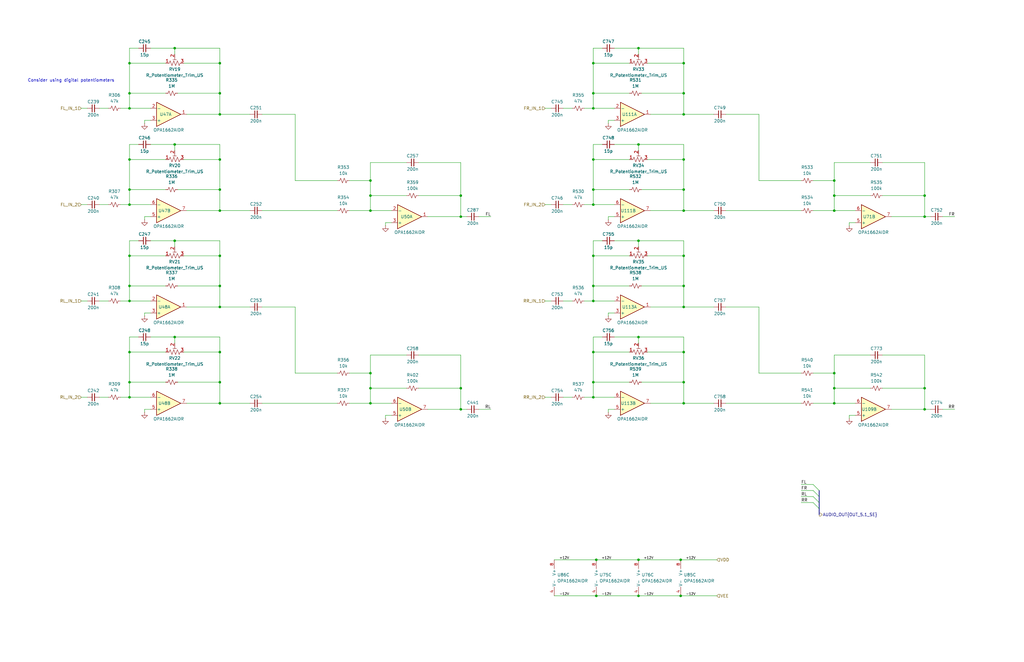
<source format=kicad_sch>
(kicad_sch (version 20250114) (generator "eeschema") (generator_version "9.0")
  (paper "B")
  (bus_alias "OUT_5.1_DIFF" (members "FL+" "FL-" "FR+" "FR-" "RL+" "RL-" "RR+" "RR-" "SUB+" "SUB-"))
  (bus_alias "OUT_5.1_SE" (members "FL" "FR" "RL" "RR" "SUB"))
  (text "Replace OPA1662 with OPA1664 Package!" (at 293.624 342.9 0) (effects (font (size 1.27 1.27))))
  (text "Consider using digital potentiometers" (at 29.972 34.036 0) (effects (font (size 1.27 1.27))))
  (junction (at 194.31 82.55))
  (junction (at 269.24 20.32))
  (junction (at 54.61 120.65))
  (junction (at 288.29 88.9))
  (junction (at 92.71 88.9))
  (junction (at 250.19 80.01))
  (junction (at 288.29 67.31))
  (junction (at 194.31 172.72))
  (junction (at 54.61 148.59))
  (junction (at 92.71 26.67))
  (junction (at 92.71 80.01))
  (junction (at 250.19 86.36))
  (junction (at 54.61 80.01))
  (junction (at 54.61 45.72))
  (junction (at 92.71 107.95))
  (junction (at 250.19 67.31))
  (junction (at 250.19 26.67))
  (junction (at 54.61 161.29))
  (junction (at 250.19 107.95))
  (junction (at 351.79 163.83))
  (junction (at 288.29 48.26))
  (junction (at 288.29 129.54))
  (junction (at 389.89 82.55))
  (junction (at 389.89 91.44))
  (junction (at 250.19 39.37))
  (junction (at 351.79 88.9))
  (junction (at 54.61 127))
  (junction (at 269.24 251.46))
  (junction (at 288.29 107.95))
  (junction (at 54.61 167.64))
  (junction (at 250.19 148.59))
  (junction (at 92.71 120.65))
  (junction (at 156.21 88.9))
  (junction (at 270.51 312.42))
  (junction (at 156.21 170.18))
  (junction (at 54.61 39.37))
  (junction (at 389.89 163.83))
  (junction (at 288.29 327.66))
  (junction (at 92.71 48.26))
  (junction (at 288.29 120.65))
  (junction (at 288.29 148.59))
  (junction (at 250.19 161.29))
  (junction (at 194.31 91.44))
  (junction (at 156.21 163.83))
  (junction (at 351.79 76.2))
  (junction (at 73.66 142.24))
  (junction (at 306.07 327.66))
  (junction (at 250.19 127))
  (junction (at 250.19 167.64))
  (junction (at 73.66 20.32))
  (junction (at 270.51 327.66))
  (junction (at 73.66 60.96))
  (junction (at 351.79 157.48))
  (junction (at 92.71 67.31))
  (junction (at 288.29 26.67))
  (junction (at 194.31 163.83))
  (junction (at 156.21 82.55))
  (junction (at 288.29 170.18))
  (junction (at 351.79 82.55))
  (junction (at 389.89 172.72))
  (junction (at 54.61 86.36))
  (junction (at 269.24 60.96))
  (junction (at 251.46 236.22))
  (junction (at 92.71 170.18))
  (junction (at 73.66 101.6))
  (junction (at 54.61 26.67))
  (junction (at 269.24 101.6))
  (junction (at 92.71 39.37))
  (junction (at 54.61 107.95))
  (junction (at 92.71 148.59))
  (junction (at 269.24 142.24))
  (junction (at 156.21 76.2))
  (junction (at 288.29 39.37))
  (junction (at 287.02 236.22))
  (junction (at 250.19 45.72))
  (junction (at 156.21 157.48))
  (junction (at 250.19 120.65))
  (junction (at 54.61 67.31))
  (junction (at 306.07 312.42))
  (junction (at 269.24 236.22))
  (junction (at 288.29 161.29))
  (junction (at 287.02 251.46))
  (junction (at 92.71 129.54))
  (junction (at 351.79 170.18))
  (junction (at 288.29 312.42))
  (junction (at 251.46 251.46))
  (junction (at 288.29 80.01))
  (junction (at 92.71 161.29))
  (bus_entry (at 342.9 207.01) (size 2.54 2.54))
  (bus_entry (at 342.9 209.55) (size 2.54 2.54))
  (bus_entry (at 342.9 204.47) (size 2.54 2.54))
  (bus_entry (at 342.9 212.09) (size 2.54 2.54))
  (wire (pts (xy 351.79 157.48) (xy 351.79 163.83)))
  (wire (pts (xy 250.19 142.24) (xy 250.19 148.59)))
  (wire (pts (xy 273.05 67.31) (xy 288.29 67.31)))
  (wire (pts (xy 69.85 67.31) (xy 54.61 67.31)))
  (wire (pts (xy 372.11 163.83) (xy 389.89 163.83)))
  (wire (pts (xy 92.71 107.95) (xy 92.71 120.65)))
  (wire (pts (xy 288.29 161.29) (xy 288.29 170.18)))
  (wire (pts (xy 389.89 91.44) (xy 392.43 91.44)))
  (wire (pts (xy 256.54 132.08) (xy 259.08 132.08)))
  (wire (pts (xy 162.56 176.53) (xy 162.56 175.26)))
  (wire (pts (xy 237.49 45.72) (xy 241.3 45.72)))
  (wire (pts (xy 288.29 67.31) (xy 288.29 80.01)))
  (wire (pts (xy 259.08 167.64) (xy 250.19 167.64)))
  (wire (pts (xy 147.32 88.9) (xy 156.21 88.9)))
  (wire (pts (xy 124.46 48.26) (xy 110.49 48.26)))
  (wire (pts (xy 110.49 129.54) (xy 124.46 129.54)))
  (wire (pts (xy 54.61 120.65) (xy 69.85 120.65)))
  (wire (pts (xy 233.68 236.22) (xy 251.46 236.22)))
  (wire (pts (xy 77.47 148.59) (xy 92.71 148.59)))
  (wire (pts (xy 288.29 80.01) (xy 288.29 88.9)))
  (wire (pts (xy 288.29 148.59) (xy 288.29 161.29)))
  (wire (pts (xy 92.71 148.59) (xy 92.71 161.29)))
  (wire (pts (xy 259.08 142.24) (xy 269.24 142.24)))
  (wire (pts (xy 389.89 172.72) (xy 375.92 172.72)))
  (wire (pts (xy 342.9 88.9) (xy 351.79 88.9)))
  (wire (pts (xy 165.1 170.18) (xy 156.21 170.18)))
  (wire (pts (xy 77.47 67.31) (xy 92.71 67.31)))
  (wire (pts (xy 320.04 129.54) (xy 306.07 129.54)))
  (wire (pts (xy 288.29 20.32) (xy 288.29 26.67)))
  (wire (pts (xy 54.61 142.24) (xy 58.42 142.24)))
  (wire (pts (xy 288.29 88.9) (xy 300.99 88.9)))
  (wire (pts (xy 250.19 80.01) (xy 265.43 80.01)))
  (wire (pts (xy 256.54 50.8) (xy 259.08 50.8)))
  (wire (pts (xy 337.82 207.01) (xy 342.9 207.01)))
  (wire (pts (xy 176.53 68.58) (xy 194.31 68.58)))
  (wire (pts (xy 265.43 67.31) (xy 250.19 67.31)))
  (wire (pts (xy 250.19 60.96) (xy 254 60.96)))
  (wire (pts (xy 69.85 26.67) (xy 54.61 26.67)))
  (wire (pts (xy 194.31 163.83) (xy 194.31 172.72)))
  (wire (pts (xy 229.87 127) (xy 232.41 127)))
  (wire (pts (xy 288.29 170.18) (xy 300.99 170.18)))
  (wire (pts (xy 54.61 101.6) (xy 58.42 101.6)))
  (wire (pts (xy 250.19 142.24) (xy 254 142.24)))
  (wire (pts (xy 34.29 127) (xy 36.83 127)))
  (wire (pts (xy 351.79 163.83) (xy 367.03 163.83)))
  (wire (pts (xy 351.79 76.2) (xy 351.79 82.55)))
  (wire (pts (xy 50.8 167.64) (xy 54.61 167.64)))
  (wire (pts (xy 41.91 86.36) (xy 45.72 86.36)))
  (wire (pts (xy 288.29 129.54) (xy 274.32 129.54)))
  (wire (pts (xy 273.05 26.67) (xy 288.29 26.67)))
  (wire (pts (xy 73.66 142.24) (xy 92.71 142.24)))
  (wire (pts (xy 50.8 45.72) (xy 54.61 45.72)))
  (wire (pts (xy 147.32 76.2) (xy 156.21 76.2)))
  (wire (pts (xy 342.9 170.18) (xy 351.79 170.18)))
  (wire (pts (xy 73.66 20.32) (xy 73.66 22.86)))
  (wire (pts (xy 156.21 82.55) (xy 171.45 82.55)))
  (wire (pts (xy 54.61 161.29) (xy 69.85 161.29)))
  (wire (pts (xy 259.08 127) (xy 250.19 127)))
  (wire (pts (xy 207.01 172.72) (xy 201.93 172.72)))
  (wire (pts (xy 358.14 176.53) (xy 358.14 175.26)))
  (wire (pts (xy 69.85 107.95) (xy 54.61 107.95)))
  (wire (pts (xy 229.87 167.64) (xy 232.41 167.64)))
  (wire (pts (xy 124.46 76.2) (xy 142.24 76.2)))
  (wire (pts (xy 288.29 60.96) (xy 288.29 67.31)))
  (wire (pts (xy 77.47 107.95) (xy 92.71 107.95)))
  (wire (pts (xy 165.1 88.9) (xy 156.21 88.9)))
  (wire (pts (xy 162.56 93.98) (xy 165.1 93.98)))
  (wire (pts (xy 50.8 127) (xy 54.61 127)))
  (wire (pts (xy 337.82 157.48) (xy 320.04 157.48)))
  (wire (pts (xy 288.29 101.6) (xy 288.29 107.95)))
  (wire (pts (xy 288.29 48.26) (xy 274.32 48.26)))
  (wire (pts (xy 194.31 91.44) (xy 196.85 91.44)))
  (wire (pts (xy 256.54 173.99) (xy 256.54 172.72)))
  (wire (pts (xy 372.11 68.58) (xy 389.89 68.58)))
  (wire (pts (xy 251.46 327.66) (xy 270.51 327.66)))
  (wire (pts (xy 250.19 107.95) (xy 250.19 120.65)))
  (wire (pts (xy 337.82 204.47) (xy 342.9 204.47)))
  (wire (pts (xy 92.71 161.29) (xy 92.71 170.18)))
  (wire (pts (xy 270.51 120.65) (xy 288.29 120.65)))
  (wire (pts (xy 389.89 68.58) (xy 389.89 82.55)))
  (wire (pts (xy 41.91 45.72) (xy 45.72 45.72)))
  (wire (pts (xy 250.19 120.65) (xy 265.43 120.65)))
  (wire (pts (xy 54.61 148.59) (xy 54.61 161.29)))
  (wire (pts (xy 92.71 39.37) (xy 92.71 48.26)))
  (wire (pts (xy 256.54 52.07) (xy 256.54 50.8)))
  (wire (pts (xy 54.61 80.01) (xy 69.85 80.01)))
  (wire (pts (xy 270.51 312.42) (xy 288.29 312.42)))
  (wire (pts (xy 351.79 88.9) (xy 351.79 82.55)))
  (wire (pts (xy 54.61 20.32) (xy 58.42 20.32)))
  (wire (pts (xy 60.96 92.71) (xy 60.96 91.44)))
  (wire (pts (xy 288.29 107.95) (xy 288.29 120.65)))
  (wire (pts (xy 288.29 129.54) (xy 300.99 129.54)))
  (wire (pts (xy 269.24 101.6) (xy 288.29 101.6)))
  (wire (pts (xy 306.07 88.9) (xy 337.82 88.9)))
  (wire (pts (xy 63.5 45.72) (xy 54.61 45.72)))
  (wire (pts (xy 194.31 172.72) (xy 196.85 172.72)))
  (wire (pts (xy 389.89 163.83) (xy 389.89 172.72)))
  (wire (pts (xy 358.14 175.26) (xy 360.68 175.26)))
  (wire (pts (xy 54.61 67.31) (xy 54.61 80.01)))
  (wire (pts (xy 250.19 26.67) (xy 250.19 39.37)))
  (wire (pts (xy 250.19 101.6) (xy 254 101.6)))
  (wire (pts (xy 250.19 60.96) (xy 250.19 67.31)))
  (wire (pts (xy 360.68 88.9) (xy 351.79 88.9)))
  (wire (pts (xy 372.11 82.55) (xy 389.89 82.55)))
  (wire (pts (xy 250.19 161.29) (xy 265.43 161.29)))
  (bus (pts (xy 345.44 209.55) (xy 345.44 212.09)))
  (wire (pts (xy 256.54 91.44) (xy 259.08 91.44)))
  (wire (pts (xy 337.82 212.09) (xy 342.9 212.09)))
  (wire (pts (xy 306.07 312.42) (xy 321.31 312.42)))
  (wire (pts (xy 41.91 127) (xy 45.72 127)))
  (wire (pts (xy 74.93 39.37) (xy 92.71 39.37)))
  (wire (pts (xy 320.04 48.26) (xy 320.04 76.2)))
  (wire (pts (xy 156.21 88.9) (xy 156.21 82.55)))
  (wire (pts (xy 73.66 142.24) (xy 73.66 144.78)))
  (wire (pts (xy 269.24 142.24) (xy 288.29 142.24)))
  (wire (pts (xy 74.93 80.01) (xy 92.71 80.01)))
  (wire (pts (xy 389.89 91.44) (xy 375.92 91.44)))
  (wire (pts (xy 92.71 170.18) (xy 78.74 170.18)))
  (wire (pts (xy 60.96 52.07) (xy 60.96 50.8)))
  (wire (pts (xy 246.38 45.72) (xy 250.19 45.72)))
  (wire (pts (xy 246.38 127) (xy 250.19 127)))
  (wire (pts (xy 147.32 170.18) (xy 156.21 170.18)))
  (wire (pts (xy 77.47 26.67) (xy 92.71 26.67)))
  (wire (pts (xy 63.5 60.96) (xy 73.66 60.96)))
  (wire (pts (xy 229.87 45.72) (xy 232.41 45.72)))
  (wire (pts (xy 92.71 129.54) (xy 105.41 129.54)))
  (wire (pts (xy 351.79 82.55) (xy 367.03 82.55)))
  (wire (pts (xy 54.61 101.6) (xy 54.61 107.95)))
  (wire (pts (xy 273.05 107.95) (xy 288.29 107.95)))
  (wire (pts (xy 207.01 91.44) (xy 201.93 91.44)))
  (wire (pts (xy 229.87 86.36) (xy 232.41 86.36)))
  (wire (pts (xy 194.31 82.55) (xy 194.31 91.44)))
  (wire (pts (xy 251.46 312.42) (xy 270.51 312.42)))
  (wire (pts (xy 156.21 163.83) (xy 171.45 163.83)))
  (wire (pts (xy 265.43 107.95) (xy 250.19 107.95)))
  (wire (pts (xy 54.61 107.95) (xy 54.61 120.65)))
  (wire (pts (xy 358.14 95.25) (xy 358.14 93.98)))
  (wire (pts (xy 60.96 50.8) (xy 63.5 50.8)))
  (bus (pts (xy 345.44 207.01) (xy 345.44 209.55)))
  (wire (pts (xy 92.71 60.96) (xy 92.71 67.31)))
  (wire (pts (xy 251.46 236.22) (xy 269.24 236.22)))
  (wire (pts (xy 54.61 20.32) (xy 54.61 26.67)))
  (wire (pts (xy 269.24 20.32) (xy 269.24 22.86)))
  (wire (pts (xy 73.66 20.32) (xy 92.71 20.32)))
  (wire (pts (xy 63.5 101.6) (xy 73.66 101.6)))
  (wire (pts (xy 63.5 167.64) (xy 54.61 167.64)))
  (wire (pts (xy 92.71 101.6) (xy 92.71 107.95)))
  (wire (pts (xy 265.43 148.59) (xy 250.19 148.59)))
  (wire (pts (xy 237.49 167.64) (xy 241.3 167.64)))
  (wire (pts (xy 92.71 20.32) (xy 92.71 26.67)))
  (wire (pts (xy 156.21 149.86) (xy 156.21 157.48)))
  (wire (pts (xy 288.29 26.67) (xy 288.29 39.37)))
  (wire (pts (xy 92.71 88.9) (xy 78.74 88.9)))
  (wire (pts (xy 351.79 170.18) (xy 351.79 163.83)))
  (wire (pts (xy 250.19 86.36) (xy 250.19 80.01)))
  (wire (pts (xy 54.61 142.24) (xy 54.61 148.59)))
  (wire (pts (xy 60.96 173.99) (xy 60.96 172.72)))
  (wire (pts (xy 54.61 26.67) (xy 54.61 39.37)))
  (wire (pts (xy 237.49 127) (xy 241.3 127)))
  (wire (pts (xy 54.61 60.96) (xy 54.61 67.31)))
  (wire (pts (xy 54.61 86.36) (xy 54.61 80.01)))
  (wire (pts (xy 34.29 45.72) (xy 36.83 45.72)))
  (wire (pts (xy 269.24 236.22) (xy 287.02 236.22)))
  (wire (pts (xy 60.96 91.44) (xy 63.5 91.44)))
  (wire (pts (xy 269.24 251.46) (xy 287.02 251.46)))
  (wire (pts (xy 162.56 175.26) (xy 165.1 175.26)))
  (wire (pts (xy 110.49 88.9) (xy 142.24 88.9)))
  (wire (pts (xy 156.21 68.58) (xy 156.21 76.2)))
  (wire (pts (xy 288.29 48.26) (xy 300.99 48.26)))
  (wire (pts (xy 250.19 20.32) (xy 250.19 26.67)))
  (wire (pts (xy 194.31 68.58) (xy 194.31 82.55)))
  (wire (pts (xy 265.43 26.67) (xy 250.19 26.67)))
  (wire (pts (xy 250.19 20.32) (xy 254 20.32)))
  (wire (pts (xy 34.29 167.64) (xy 36.83 167.64)))
  (wire (pts (xy 256.54 133.35) (xy 256.54 132.08)))
  (wire (pts (xy 246.38 167.64) (xy 250.19 167.64)))
  (wire (pts (xy 270.51 80.01) (xy 288.29 80.01)))
  (wire (pts (xy 250.19 101.6) (xy 250.19 107.95)))
  (wire (pts (xy 270.51 39.37) (xy 288.29 39.37)))
  (wire (pts (xy 92.71 80.01) (xy 92.71 88.9)))
  (wire (pts (xy 269.24 101.6) (xy 269.24 104.14)))
  (wire (pts (xy 63.5 127) (xy 54.61 127)))
  (wire (pts (xy 63.5 86.36) (xy 54.61 86.36)))
  (wire (pts (xy 256.54 172.72) (xy 259.08 172.72)))
  (wire (pts (xy 74.93 120.65) (xy 92.71 120.65)))
  (bus (pts (xy 345.44 214.63) (xy 345.44 217.17)))
  (wire (pts (xy 287.02 236.22) (xy 302.26 236.22)))
  (wire (pts (xy 372.11 149.86) (xy 389.89 149.86)))
  (wire (pts (xy 250.19 45.72) (xy 250.19 39.37)))
  (wire (pts (xy 250.19 148.59) (xy 250.19 161.29)))
  (wire (pts (xy 176.53 163.83) (xy 194.31 163.83)))
  (wire (pts (xy 156.21 157.48) (xy 156.21 163.83)))
  (wire (pts (xy 320.04 48.26) (xy 306.07 48.26)))
  (wire (pts (xy 237.49 86.36) (xy 241.3 86.36)))
  (wire (pts (xy 259.08 101.6) (xy 269.24 101.6)))
  (wire (pts (xy 54.61 167.64) (xy 54.61 161.29)))
  (wire (pts (xy 351.79 68.58) (xy 367.03 68.58)))
  (wire (pts (xy 250.19 167.64) (xy 250.19 161.29)))
  (wire (pts (xy 73.66 60.96) (xy 92.71 60.96)))
  (wire (pts (xy 54.61 60.96) (xy 58.42 60.96)))
  (wire (pts (xy 358.14 93.98) (xy 360.68 93.98)))
  (wire (pts (xy 287.02 251.46) (xy 302.26 251.46)))
  (wire (pts (xy 269.24 20.32) (xy 288.29 20.32)))
  (wire (pts (xy 288.29 327.66) (xy 306.07 327.66)))
  (wire (pts (xy 251.46 251.46) (xy 269.24 251.46)))
  (wire (pts (xy 259.08 20.32) (xy 269.24 20.32)))
  (wire (pts (xy 194.31 149.86) (xy 194.31 163.83)))
  (wire (pts (xy 194.31 91.44) (xy 180.34 91.44)))
  (wire (pts (xy 92.71 26.67) (xy 92.71 39.37)))
  (wire (pts (xy 110.49 170.18) (xy 142.24 170.18)))
  (wire (pts (xy 69.85 148.59) (xy 54.61 148.59)))
  (wire (pts (xy 92.71 48.26) (xy 105.41 48.26)))
  (wire (pts (xy 176.53 82.55) (xy 194.31 82.55)))
  (wire (pts (xy 41.91 167.64) (xy 45.72 167.64)))
  (wire (pts (xy 156.21 68.58) (xy 171.45 68.58)))
  (wire (pts (xy 288.29 312.42) (xy 306.07 312.42)))
  (wire (pts (xy 92.71 88.9) (xy 105.41 88.9)))
  (wire (pts (xy 63.5 20.32) (xy 73.66 20.32)))
  (wire (pts (xy 389.89 149.86) (xy 389.89 163.83)))
  (wire (pts (xy 54.61 39.37) (xy 69.85 39.37)))
  (wire (pts (xy 288.29 39.37) (xy 288.29 48.26)))
  (wire (pts (xy 270.51 161.29) (xy 288.29 161.29)))
  (wire (pts (xy 60.96 132.08) (xy 63.5 132.08)))
  (wire (pts (xy 306.07 327.66) (xy 321.31 327.66)))
  (wire (pts (xy 288.29 88.9) (xy 274.32 88.9)))
  (wire (pts (xy 250.19 127) (xy 250.19 120.65)))
  (wire (pts (xy 194.31 172.72) (xy 180.34 172.72)))
  (wire (pts (xy 233.68 251.46) (xy 251.46 251.46)))
  (wire (pts (xy 60.96 172.72) (xy 63.5 172.72)))
  (wire (pts (xy 156.21 76.2) (xy 156.21 82.55)))
  (wire (pts (xy 256.54 92.71) (xy 256.54 91.44)))
  (wire (pts (xy 34.29 86.36) (xy 36.83 86.36)))
  (wire (pts (xy 351.79 149.86) (xy 367.03 149.86)))
  (wire (pts (xy 92.71 120.65) (xy 92.71 129.54)))
  (wire (pts (xy 270.51 327.66) (xy 288.29 327.66)))
  (wire (pts (xy 60.96 133.35) (xy 60.96 132.08)))
  (wire (pts (xy 342.9 76.2) (xy 351.79 76.2)))
  (wire (pts (xy 124.46 76.2) (xy 124.46 48.26)))
  (wire (pts (xy 92.71 48.26) (xy 78.74 48.26)))
  (wire (pts (xy 63.5 142.24) (xy 73.66 142.24)))
  (wire (pts (xy 360.68 170.18) (xy 351.79 170.18)))
  (wire (pts (xy 269.24 142.24) (xy 269.24 144.78)))
  (wire (pts (xy 92.71 170.18) (xy 105.41 170.18)))
  (wire (pts (xy 54.61 45.72) (xy 54.61 39.37)))
  (wire (pts (xy 54.61 127) (xy 54.61 120.65)))
  (wire (pts (xy 259.08 60.96) (xy 269.24 60.96)))
  (wire (pts (xy 50.8 86.36) (xy 54.61 86.36)))
  (bus (pts (xy 345.44 212.09) (xy 345.44 214.63)))
  (wire (pts (xy 389.89 82.55) (xy 389.89 91.44)))
  (wire (pts (xy 402.59 172.72) (xy 397.51 172.72)))
  (wire (pts (xy 162.56 95.25) (xy 162.56 93.98)))
  (wire (pts (xy 250.19 67.31) (xy 250.19 80.01)))
  (wire (pts (xy 142.24 157.48) (xy 124.46 157.48)))
  (wire (pts (xy 320.04 129.54) (xy 320.04 157.48)))
  (wire (pts (xy 147.32 157.48) (xy 156.21 157.48)))
  (wire (pts (xy 92.71 142.24) (xy 92.71 148.59)))
  (wire (pts (xy 273.05 148.59) (xy 288.29 148.59)))
  (wire (pts (xy 92.71 129.54) (xy 78.74 129.54)))
  (wire (pts (xy 389.89 172.72) (xy 392.43 172.72)))
  (wire (pts (xy 269.24 60.96) (xy 269.24 63.5)))
  (wire (pts (xy 337.82 209.55) (xy 342.9 209.55)))
  (wire (pts (xy 288.29 170.18) (xy 274.32 170.18)))
  (wire (pts (xy 306.07 170.18) (xy 337.82 170.18)))
  (wire (pts (xy 402.59 91.44) (xy 397.51 91.44)))
  (wire (pts (xy 73.66 101.6) (xy 92.71 101.6)))
  (wire (pts (xy 250.19 39.37) (xy 265.43 39.37)))
  (wire (pts (xy 269.24 60.96) (xy 288.29 60.96)))
  (wire (pts (xy 156.21 170.18) (xy 156.21 163.83)))
  (wire (pts (xy 92.71 67.31) (xy 92.71 80.01)))
  (wire (pts (xy 342.9 157.48) (xy 351.79 157.48)))
  (wire (pts (xy 351.79 68.58) (xy 351.79 76.2)))
  (wire (pts (xy 288.29 120.65) (xy 288.29 129.54)))
  (wire (pts (xy 176.53 149.86) (xy 194.31 149.86)))
  (wire (pts (xy 259.08 45.72) (xy 250.19 45.72)))
  (wire (pts (xy 337.82 76.2) (xy 320.04 76.2)))
  (wire (pts (xy 73.66 101.6) (xy 73.66 104.14)))
  (wire (pts (xy 74.93 161.29) (xy 92.71 161.29)))
  (wire (pts (xy 73.66 60.96) (xy 73.66 63.5)))
  (wire (pts (xy 288.29 142.24) (xy 288.29 148.59)))
  (wire (pts (xy 246.38 86.36) (xy 250.19 86.36)))
  (wire (pts (xy 124.46 157.48) (xy 124.46 129.54)))
  (wire (pts (xy 351.79 149.86) (xy 351.79 157.48)))
  (wire (pts (xy 259.08 86.36) (xy 250.19 86.36)))
  (wire (pts (xy 156.21 149.86) (xy 171.45 149.86)))
  (label "RR" (at 337.82 212.09 0))
  (label "-12V" (at 294.64 327.66 180) (effects (font (size 1 1))))
  (label "-12V" (at 257.81 251.46 180) (effects (font (size 1 1))))
  (label "+12V" (at 276.86 312.42 180) (effects (font (size 1 1))))
  (label "FR" (at 402.59 91.44 180))
  (label "-12V" (at 240.03 251.46 180) (effects (font (size 1 1))))
  (label "-12V" (at 275.59 251.46 180) (effects (font (size 1 1))))
  (label "-12V" (at 257.81 327.66 180) (effects (font (size 1 1))))
  (label "+12V" (at 293.37 236.22 180) (effects (font (size 1 1))))
  (label "FR" (at 337.82 207.01 0))
  (label "-12V" (at 276.86 327.66 180) (effects (font (size 1 1))))
  (label "+12V" (at 257.81 312.42 180) (effects (font (size 1 1))))
  (label "RR" (at 402.59 172.72 180))
  (label "RL" (at 337.82 209.55 0))
  (label "+12V" (at 294.64 312.42 180) (effects (font (size 1 1))))
  (label "FL" (at 207.01 91.44 180))
  (label "+12V" (at 240.03 236.22 180) (effects (font (size 1 1))))
  (label "+12V" (at 275.59 236.22 180) (effects (font (size 1 1))))
  (label "RL" (at 207.01 172.72 180))
  (label "-12V" (at 293.37 251.46 180) (effects (font (size 1 1))))
  (label "+12V" (at 257.81 236.22 180) (effects (font (size 1 1))))
  (label "FL" (at 337.82 204.47 0))
  (label "+12V" (at 312.42 312.42 180) (effects (font (size 1 1))))
  (label "-12V" (at 312.42 327.66 180) (effects (font (size 1 1))))
  (hierarchical_label "RR_IN_2" (shape input) (at 229.87 167.64 180))
  (hierarchical_label "RL_IN_1" (shape input) (at 34.29 127 180))
  (hierarchical_label "FL_IN_2" (shape input) (at 34.29 86.36 180))
  (hierarchical_label "FR_IN_2" (shape input) (at 229.87 86.36 180))
  (hierarchical_label "RL_IN_2" (shape input) (at 34.29 167.64 180))
  (hierarchical_label "VDD" (shape input) (at 321.31 312.42 0))
  (hierarchical_label "VDD" (shape input) (at 302.26 236.22 0))
  (hierarchical_label "FR_IN_1" (shape input) (at 229.87 45.72 180))
  (hierarchical_label "RR_IN_1" (shape input) (at 229.87 127 180))
  (hierarchical_label "VEE" (shape input) (at 321.31 327.66 0))
  (hierarchical_label "AUDIO_OUT{OUT_5.1_SE}" (shape output) (at 345.44 217.17 0))
  (hierarchical_label "VEE" (shape input) (at 302.26 251.46 0))
  (hierarchical_label "FL_IN_1" (shape input) (at 34.29 45.72 180))
  (symbol (lib_id "Device:C_Small") (at 60.96 142.24 90) (mirror x) (unit 1)
    (property "Reference" "C248" (at 60.96 139.446 90))
    (property "Value" "15p" (at 60.96 145.034 90))
    (property "Description" "Unpolarized capacitor, small symbol" (effects (hide yes)))
  )
  (symbol (lib_id "Amplifier_Operational:OPA1656ID") (at 172.72 91.44 0) (mirror x) (unit 1)
    (property "Reference" "U50" (at 171.45 91.44 0))
    (property "Value" "OPA1662AIDR" (at 172.72 98.044 0))
    (property "Footprint" "Package_SO:SOIC-8_3.9x4.9mm_P1.27mm" (effects (hide yes)))
    (property "Datasheet" "https://www.ti.com/lit/ds/symlink/opa1662.pdf?HQS=dis-dk-null-digikeymode-dsf-pf-null-wwe&ts=1750397590108&ref_url=https%253A%252F%252Fwww.ti.com%252Fgeneral%252Fdocs%252Fsuppproductinfo.tsp%253FdistId%253D10%2526gotoUrl%253Dhttps%253A%252F%252Fwww.ti.com%252Flit%252Fgpn%252Fopa1662" (effects (hide yes)))
    (property "Description" "Dual Ultra-Low-Noise, Low-Distortion, FET-Input, Burr-Brown Audio Operational Amplifiers, SOIC-8" (effects (hide yes)))
  )
  (symbol (lib_id "Device:R_Potentiometer_Trim_US") (at 73.66 26.67 90) (unit 1)
    (property "Reference" "RV19" (at 73.66 29.21 90))
    (property "Value" "R_Potentiometer_Trim_US" (at 73.66 31.75 90))
    (property "Description" "Trim-potentiometer, US symbol" (effects (hide yes)))
  )
  (symbol (lib_id "Device:C_Small") (at 394.97 91.44 90) (mirror x) (unit 1)
    (property "Reference" "C752" (at 394.97 88.646 90))
    (property "Value" "200n" (at 394.97 94.234 90))
    (property "Description" "Unpolarized capacitor, small symbol" (effects (hide yes)))
  )
  (symbol (lib_id "Device:R_Potentiometer_Trim_US") (at 269.24 107.95 90) (unit 1)
    (property "Reference" "RV35" (at 269.24 110.49 90))
    (property "Value" "R_Potentiometer_Trim_US" (at 269.24 113.03 90))
    (property "Description" "Trim-potentiometer, US symbol" (effects (hide yes)))
  )
  (symbol (lib_id "Device:C_Small") (at 60.96 60.96 90) (mirror x) (unit 1)
    (property "Reference" "C246" (at 60.96 58.166 90))
    (property "Value" "15p" (at 60.96 63.754 90))
    (property "Description" "Unpolarized capacitor, small symbol" (effects (hide yes)))
  )
  (symbol (lib_id "Device:R_Potentiometer_Trim_US") (at 269.24 67.31 90) (unit 1)
    (property "Reference" "RV34" (at 269.24 69.85 90))
    (property "Value" "R_Potentiometer_Trim_US" (at 269.24 72.39 90))
    (property "Description" "Trim-potentiometer, US symbol" (effects (hide yes)))
  )
  (symbol (lib_id "Device:R_Small_US") (at 369.57 163.83 90) (unit 1)
    (property "Reference" "R542" (at 369.57 158.242 90))
    (property "Value" "100k" (at 369.57 160.782 90))
    (property "Description" "Resistor, small US symbol" (effects (hide yes)))
  )
  (symbol (lib_id "Device:R_Small_US") (at 267.97 161.29 90) (unit 1)
    (property "Reference" "R539" (at 267.97 155.702 90))
    (property "Value" "1M" (at 267.97 158.242 90))
    (property "Description" "Resistor, small US symbol" (effects (hide yes)))
  )
  (symbol (lib_id "power:GND") (at 162.56 176.53 0) (unit 1)
    (property "Reference" "#PWR0398" (effects (hide yes)))
    (property "Value" "GND" (effects (hide yes)))
    (property "Description" "Power symbol creates a global label with name \"GND\" , ground" (effects (hide yes)))
  )
  (symbol (lib_id "Device:C_Small") (at 107.95 48.26 90) (mirror x) (unit 1)
    (property "Reference" "C251" (at 107.95 45.466 90))
    (property "Value" "200n" (at 107.95 51.054 90))
    (property "Description" "Unpolarized capacitor, small symbol" (effects (hide yes)))
  )
  (symbol (lib_id "Device:C_Small") (at 234.95 45.72 90) (mirror x) (unit 1)
    (property "Reference" "C745" (at 234.95 42.926 90))
    (property "Value" "200n" (at 234.95 48.514 90))
    (property "Description" "Unpolarized capacitor, small symbol" (effects (hide yes)))
  )
  (symbol (lib_id "Device:R_Small_US") (at 243.84 86.36 90) (unit 1)
    (property "Reference" "R530" (at 243.84 80.772 90))
    (property "Value" "47k" (at 243.84 83.312 90))
    (property "Description" "Resistor, small US symbol" (effects (hide yes)))
  )
  (symbol (lib_id "Amplifier_Operational:OPA1656ID") (at 71.12 88.9 0) (mirror x) (unit 2)
    (property "Reference" "U47" (at 69.342 88.9 0))
    (property "Value" "OPA1662AIDR" (at 71.12 95.504 0))
    (property "Footprint" "Package_SO:SOIC-8_3.9x4.9mm_P1.27mm" (effects (hide yes)))
    (property "Datasheet" "https://www.ti.com/lit/ds/symlink/opa1662.pdf?HQS=dis-dk-null-digikeymode-dsf-pf-null-wwe&ts=1750397590108&ref_url=https%253A%252F%252Fwww.ti.com%252Fgeneral%252Fdocs%252Fsuppproductinfo.tsp%253FdistId%253D10%2526gotoUrl%253Dhttps%253A%252F%252Fwww.ti.com%252Flit%252Fgpn%252Fopa1662" (effects (hide yes)))
    (property "Description" "Dual Ultra-Low-Noise, Low-Distortion, FET-Input, Burr-Brown Audio Operational Amplifiers, SOIC-8" (effects (hide yes)))
  )
  (symbol (lib_id "Device:C_Small") (at 173.99 149.86 90) (mirror x) (unit 1)
    (property "Reference" "C258" (at 173.99 147.066 90))
    (property "Value" "200n" (at 173.99 152.654 90))
    (property "Description" "Unpolarized capacitor, small symbol" (effects (hide yes)))
  )
  (symbol (lib_id "Amplifier_Operational:OPA1656ID") (at 271.78 243.84 0) (unit 3)
    (property "Reference" "U76" (at 270.51 242.5699 0) (effects (justify left)))
    (property "Value" "OPA1662AIDR" (at 270.51 245.1099 0) (effects (justify left)))
    (property "Footprint" "Package_SO:SOIC-8_3.9x4.9mm_P1.27mm" (effects (hide yes)))
    (property "Datasheet" "https://www.ti.com/lit/ds/symlink/opa1662.pdf?HQS=dis-dk-null-digikeymode-dsf-pf-null-wwe&ts=1750397590108&ref_url=https%253A%252F%252Fwww.ti.com%252Fgeneral%252Fdocs%252Fsuppproductinfo.tsp%253FdistId%253D10%2526gotoUrl%253Dhttps%253A%252F%252Fwww.ti.com%252Flit%252Fgpn%252Fopa1662" (effects (hide yes)))
    (property "Description" "Dual Ultra-Low-Noise, Low-Distortion, FET-Input, Burr-Brown Audio Operational Amplifiers, SOIC-8" (effects (hide yes)))
  )
  (symbol (lib_id "Device:R_Small_US") (at 48.26 86.36 90) (unit 1)
    (property "Reference" "R307" (at 48.26 80.772 90))
    (property "Value" "47k" (at 48.26 83.312 90))
    (property "Description" "Resistor, small US symbol" (effects (hide yes)))
  )
  (symbol (lib_id "Device:R_Potentiometer_Trim_US") (at 269.24 148.59 90) (unit 1)
    (property "Reference" "RV36" (at 269.24 151.13 90))
    (property "Value" "R_Potentiometer_Trim_US" (at 269.24 153.67 90))
    (property "Description" "Trim-potentiometer, US symbol" (effects (hide yes)))
  )
  (symbol (lib_id "Device:R_Small_US") (at 144.78 76.2 90) (unit 1)
    (property "Reference" "R353" (at 144.78 70.612 90))
    (property "Value" "10k" (at 144.78 73.152 90))
    (property "Description" "Resistor, small US symbol" (effects (hide yes)))
  )
  (symbol (lib_id "Device:R_Small_US") (at 48.26 127 90) (unit 1)
    (property "Reference" "R308" (at 48.26 121.412 90))
    (property "Value" "47k" (at 48.26 123.952 90))
    (property "Description" "Resistor, small US symbol" (effects (hide yes)))
  )
  (symbol (lib_id "Amplifier_Operational:OPA1656ID") (at 266.7 129.54 0) (mirror x) (unit 1)
    (property "Reference" "U113" (at 265.43 129.54 0))
    (property "Value" "OPA1662AIDR" (at 266.7 136.144 0))
    (property "Footprint" "Package_SO:SOIC-8_3.9x4.9mm_P1.27mm" (effects (hide yes)))
    (property "Datasheet" "https://www.ti.com/lit/ds/symlink/opa1662.pdf?HQS=dis-dk-null-digikeymode-dsf-pf-null-wwe&ts=1750397590108&ref_url=https%253A%252F%252Fwww.ti.com%252Fgeneral%252Fdocs%252Fsuppproductinfo.tsp%253FdistId%253D10%2526gotoUrl%253Dhttps%253A%252F%252Fwww.ti.com%252Flit%252Fgpn%252Fopa1662" (effects (hide yes)))
    (property "Description" "Dual Ultra-Low-Noise, Low-Distortion, FET-Input, Burr-Brown Audio Operational Amplifiers, SOIC-8" (effects (hide yes)))
  )
  (symbol (lib_id "Device:C_Small") (at 303.53 88.9 90) (mirror x) (unit 1)
    (property "Reference" "C750" (at 303.53 86.106 90))
    (property "Value" "200n" (at 303.53 91.694 90))
    (property "Description" "Unpolarized capacitor, small symbol" (effects (hide yes)))
  )
  (symbol (lib_id "Device:C_Small") (at 107.95 88.9 90) (mirror x) (unit 1)
    (property "Reference" "C252" (at 107.95 86.106 90))
    (property "Value" "200n" (at 107.95 91.694 90))
    (property "Description" "Unpolarized capacitor, small symbol" (effects (hide yes)))
  )
  (symbol (lib_id "Amplifier_Operational:OPA1656ID") (at 266.7 48.26 0) (mirror x) (unit 1)
    (property "Reference" "U111" (at 265.43 48.26 0))
    (property "Value" "OPA1662AIDR" (at 266.7 54.864 0))
    (property "Footprint" "Package_SO:SOIC-8_3.9x4.9mm_P1.27mm" (effects (hide yes)))
    (property "Datasheet" "https://www.ti.com/lit/ds/symlink/opa1662.pdf?HQS=dis-dk-null-digikeymode-dsf-pf-null-wwe&ts=1750397590108&ref_url=https%253A%252F%252Fwww.ti.com%252Fgeneral%252Fdocs%252Fsuppproductinfo.tsp%253FdistId%253D10%2526gotoUrl%253Dhttps%253A%252F%252Fwww.ti.com%252Flit%252Fgpn%252Fopa1662" (effects (hide yes)))
    (property "Description" "Dual Ultra-Low-Noise, Low-Distortion, FET-Input, Burr-Brown Audio Operational Amplifiers, SOIC-8" (effects (hide yes)))
  )
  (symbol (lib_id "Device:R_Small_US") (at 72.39 120.65 90) (unit 1)
    (property "Reference" "R337" (at 72.39 115.062 90))
    (property "Value" "1M" (at 72.39 117.602 90))
    (property "Description" "Resistor, small US symbol" (effects (hide yes)))
  )
  (symbol (lib_id "Amplifier_Operational:OPA1656ID") (at 266.7 170.18 0) (mirror x) (unit 2)
    (property "Reference" "U113" (at 264.922 170.18 0))
    (property "Value" "OPA1662AIDR" (at 266.7 176.784 0))
    (property "Footprint" "Package_SO:SOIC-8_3.9x4.9mm_P1.27mm" (effects (hide yes)))
    (property "Datasheet" "https://www.ti.com/lit/ds/symlink/opa1662.pdf?HQS=dis-dk-null-digikeymode-dsf-pf-null-wwe&ts=1750397590108&ref_url=https%253A%252F%252Fwww.ti.com%252Fgeneral%252Fdocs%252Fsuppproductinfo.tsp%253FdistId%253D10%2526gotoUrl%253Dhttps%253A%252F%252Fwww.ti.com%252Flit%252Fgpn%252Fopa1662" (effects (hide yes)))
    (property "Description" "Dual Ultra-Low-Noise, Low-Distortion, FET-Input, Burr-Brown Audio Operational Amplifiers, SOIC-8" (effects (hide yes)))
  )
  (symbol (lib_id "Amplifier_Operational:OPA1656ID") (at 71.12 48.26 0) (mirror x) (unit 1)
    (property "Reference" "U47" (at 69.85 48.26 0))
    (property "Value" "OPA1662AIDR" (at 71.12 54.864 0))
    (property "Footprint" "Package_SO:SOIC-8_3.9x4.9mm_P1.27mm" (effects (hide yes)))
    (property "Datasheet" "https://www.ti.com/lit/ds/symlink/opa1662.pdf?HQS=dis-dk-null-digikeymode-dsf-pf-null-wwe&ts=1750397590108&ref_url=https%253A%252F%252Fwww.ti.com%252Fgeneral%252Fdocs%252Fsuppproductinfo.tsp%253FdistId%253D10%2526gotoUrl%253Dhttps%253A%252F%252Fwww.ti.com%252Flit%252Fgpn%252Fopa1662" (effects (hide yes)))
    (property "Description" "Dual Ultra-Low-Noise, Low-Distortion, FET-Input, Burr-Brown Audio Operational Amplifiers, SOIC-8" (effects (hide yes)))
  )
  (symbol (lib_id "Device:R_Small_US") (at 144.78 157.48 90) (unit 1)
    (property "Reference" "R356" (at 144.78 151.892 90))
    (property "Value" "10k" (at 144.78 154.432 90))
    (property "Description" "Resistor, small US symbol" (effects (hide yes)))
  )
  (symbol (lib_id "Amplifier_Operational:OPA1656ID") (at 290.83 320.04 0) (unit 3)
    (property "Reference" "U49" (at 289.56 318.7699 0) (effects (justify left)))
    (property "Value" "OPA1662AIDR" (at 289.56 321.3099 0) (effects (justify left)))
    (property "Footprint" "Package_SO:SOIC-8_3.9x4.9mm_P1.27mm" (effects (hide yes)))
    (property "Datasheet" "https://www.ti.com/lit/ds/symlink/opa1662.pdf?HQS=dis-dk-null-digikeymode-dsf-pf-null-wwe&ts=1750397590108&ref_url=https%253A%252F%252Fwww.ti.com%252Fgeneral%252Fdocs%252Fsuppproductinfo.tsp%253FdistId%253D10%2526gotoUrl%253Dhttps%253A%252F%252Fwww.ti.com%252Flit%252Fgpn%252Fopa1662" (effects (hide yes)))
    (property "Description" "Dual Ultra-Low-Noise, Low-Distortion, FET-Input, Burr-Brown Audio Operational Amplifiers, SOIC-8" (effects (hide yes)))
  )
  (symbol (lib_id "Device:R_Small_US") (at 173.99 82.55 90) (unit 1)
    (property "Reference" "R359" (at 173.99 76.962 90))
    (property "Value" "100k" (at 173.99 79.502 90))
    (property "Description" "Resistor, small US symbol" (effects (hide yes)))
  )
  (symbol (lib_id "Amplifier_Operational:OPA1656ID") (at 71.12 129.54 0) (mirror x) (unit 1)
    (property "Reference" "U48" (at 69.342 129.54 0))
    (property "Value" "OPA1662AIDR" (at 71.12 136.144 0))
    (property "Footprint" "Package_SO:SOIC-8_3.9x4.9mm_P1.27mm" (effects (hide yes)))
    (property "Datasheet" "https://www.ti.com/lit/ds/symlink/opa1662.pdf?HQS=dis-dk-null-digikeymode-dsf-pf-null-wwe&ts=1750397590108&ref_url=https%253A%252F%252Fwww.ti.com%252Fgeneral%252Fdocs%252Fsuppproductinfo.tsp%253FdistId%253D10%2526gotoUrl%253Dhttps%253A%252F%252Fwww.ti.com%252Flit%252Fgpn%252Fopa1662" (effects (hide yes)))
    (property "Description" "Dual Ultra-Low-Noise, Low-Distortion, FET-Input, Burr-Brown Audio Operational Amplifiers, SOIC-8" (effects (hide yes)))
  )
  (symbol (lib_id "Device:R_Small_US") (at 48.26 167.64 90) (unit 1)
    (property "Reference" "R309" (at 48.26 162.052 90))
    (property "Value" "47k" (at 48.26 164.592 90))
    (property "Description" "Resistor, small US symbol" (effects (hide yes)))
  )
  (symbol (lib_id "Device:C_Small") (at 256.54 142.24 90) (mirror x) (unit 1)
    (property "Reference" "C756" (at 256.54 139.446 90))
    (property "Value" "15p" (at 256.54 145.034 90))
    (property "Description" "Unpolarized capacitor, small symbol" (effects (hide yes)))
  )
  (symbol (lib_id "Amplifier_Operational:OPA1656ID") (at 266.7 88.9 0) (mirror x) (unit 2)
    (property "Reference" "U111" (at 264.922 88.9 0))
    (property "Value" "OPA1662AIDR" (at 266.7 95.504 0))
    (property "Footprint" "Package_SO:SOIC-8_3.9x4.9mm_P1.27mm" (effects (hide yes)))
    (property "Datasheet" "https://www.ti.com/lit/ds/symlink/opa1662.pdf?HQS=dis-dk-null-digikeymode-dsf-pf-null-wwe&ts=1750397590108&ref_url=https%253A%252F%252Fwww.ti.com%252Fgeneral%252Fdocs%252Fsuppproductinfo.tsp%253FdistId%253D10%2526gotoUrl%253Dhttps%253A%252F%252Fwww.ti.com%252Flit%252Fgpn%252Fopa1662" (effects (hide yes)))
    (property "Description" "Dual Ultra-Low-Noise, Low-Distortion, FET-Input, Burr-Brown Audio Operational Amplifiers, SOIC-8" (effects (hide yes)))
  )
  (symbol (lib_id "Device:R_Small_US") (at 243.84 167.64 90) (unit 1)
    (property "Reference" "R537" (at 243.84 162.052 90))
    (property "Value" "47k" (at 243.84 164.592 90))
    (property "Description" "Resistor, small US symbol" (effects (hide yes)))
  )
  (symbol (lib_id "Device:C_Small") (at 234.95 127 90) (mirror x) (unit 1)
    (property "Reference" "C753" (at 234.95 124.206 90))
    (property "Value" "200n" (at 234.95 129.794 90))
    (property "Description" "Unpolarized capacitor, small symbol" (effects (hide yes)))
  )
  (symbol (lib_id "Amplifier_Operational:OPA1656ID") (at 236.22 243.84 0) (unit 3)
    (property "Reference" "U86" (at 234.95 242.5699 0) (effects (justify left)))
    (property "Value" "OPA1662AIDR" (at 234.95 245.1099 0) (effects (justify left)))
    (property "Footprint" "Package_SO:SOIC-8_3.9x4.9mm_P1.27mm" (effects (hide yes)))
    (property "Datasheet" "https://www.ti.com/lit/ds/symlink/opa1662.pdf?HQS=dis-dk-null-digikeymode-dsf-pf-null-wwe&ts=1750397590108&ref_url=https%253A%252F%252Fwww.ti.com%252Fgeneral%252Fdocs%252Fsuppproductinfo.tsp%253FdistId%253D10%2526gotoUrl%253Dhttps%253A%252F%252Fwww.ti.com%252Flit%252Fgpn%252Fopa1662" (effects (hide yes)))
    (property "Description" "Dual Ultra-Low-Noise, Low-Distortion, FET-Input, Burr-Brown Audio Operational Amplifiers, SOIC-8" (effects (hide yes)))
  )
  (symbol (lib_id "Device:C_Small") (at 369.57 149.86 90) (mirror x) (unit 1)
    (property "Reference" "C773" (at 369.57 147.066 90))
    (property "Value" "200n" (at 369.57 152.654 90))
    (property "Description" "Unpolarized capacitor, small symbol" (effects (hide yes)))
  )
  (symbol (lib_id "Device:R_Small_US") (at 173.99 163.83 90) (unit 1)
    (property "Reference" "R402" (at 173.99 158.242 90))
    (property "Value" "100k" (at 173.99 160.782 90))
    (property "Description" "Resistor, small US symbol" (effects (hide yes)))
  )
  (symbol (lib_id "Device:R_Small_US") (at 144.78 170.18 90) (unit 1)
    (property "Reference" "R357" (at 144.78 164.592 90))
    (property "Value" "10k" (at 144.78 167.132 90))
    (property "Description" "Resistor, small US symbol" (effects (hide yes)))
  )
  (symbol (lib_id "power:GND") (at 60.96 52.07 0) (unit 1)
    (property "Reference" "#PWR0165" (effects (hide yes)))
    (property "Value" "GND" (effects (hide yes)))
    (property "Description" "Power symbol creates a global label with name \"GND\" , ground" (effects (hide yes)))
  )
  (symbol (lib_id "Device:R_Small_US") (at 340.36 76.2 90) (unit 1)
    (property "Reference" "R533" (at 340.36 70.612 90))
    (property "Value" "10k" (at 340.36 73.152 90))
    (property "Description" "Resistor, small US symbol" (effects (hide yes)))
  )
  (symbol (lib_id "Device:C_Small") (at 234.95 86.36 90) (mirror x) (unit 1)
    (property "Reference" "C746" (at 234.95 83.566 90))
    (property "Value" "200n" (at 234.95 89.154 90))
    (property "Description" "Unpolarized capacitor, small symbol" (effects (hide yes)))
  )
  (symbol (lib_id "Device:C_Small") (at 369.57 68.58 90) (mirror x) (unit 1)
    (property "Reference" "C751" (at 369.57 65.786 90))
    (property "Value" "200n" (at 369.57 71.374 90))
    (property "Description" "Unpolarized capacitor, small symbol" (effects (hide yes)))
  )
  (symbol (lib_id "Device:R_Small_US") (at 48.26 45.72 90) (unit 1)
    (property "Reference" "R306" (at 48.26 40.132 90))
    (property "Value" "47k" (at 48.26 42.672 90))
    (property "Description" "Resistor, small US symbol" (effects (hide yes)))
  )
  (symbol (lib_id "Device:R_Small_US") (at 267.97 120.65 90) (unit 1)
    (property "Reference" "R538" (at 267.97 115.062 90))
    (property "Value" "1M" (at 267.97 117.602 90))
    (property "Description" "Resistor, small US symbol" (effects (hide yes)))
  )
  (symbol (lib_id "Device:R_Potentiometer_Trim_US") (at 269.24 26.67 90) (unit 1)
    (property "Reference" "RV33" (at 269.24 29.21 90))
    (property "Value" "R_Potentiometer_Trim_US" (at 269.24 31.75 90))
    (property "Description" "Trim-potentiometer, US symbol" (effects (hide yes)))
  )
  (symbol (lib_id "Device:R_Small_US") (at 72.39 39.37 90) (unit 1)
    (property "Reference" "R335" (at 72.39 33.782 90))
    (property "Value" "1M" (at 72.39 36.322 90))
    (property "Description" "Resistor, small US symbol" (effects (hide yes)))
  )
  (symbol (lib_id "Device:R_Small_US") (at 267.97 39.37 90) (unit 1)
    (property "Reference" "R531" (at 267.97 33.782 90))
    (property "Value" "1M" (at 267.97 36.322 90))
    (property "Description" "Resistor, small US symbol" (effects (hide yes)))
  )
  (symbol (lib_id "Amplifier_Operational:OPA1656ID") (at 368.3 172.72 0) (mirror x) (unit 2)
    (property "Reference" "U109" (at 366.522 172.72 0))
    (property "Value" "OPA1662AIDR" (at 368.3 179.324 0))
    (property "Footprint" "Package_SO:SOIC-8_3.9x4.9mm_P1.27mm" (effects (hide yes)))
    (property "Datasheet" "https://www.ti.com/lit/ds/symlink/opa1662.pdf?HQS=dis-dk-null-digikeymode-dsf-pf-null-wwe&ts=1750397590108&ref_url=https%253A%252F%252Fwww.ti.com%252Fgeneral%252Fdocs%252Fsuppproductinfo.tsp%253FdistId%253D10%2526gotoUrl%253Dhttps%253A%252F%252Fwww.ti.com%252Flit%252Fgpn%252Fopa1662" (effects (hide yes)))
    (property "Description" "Dual Ultra-Low-Noise, Low-Distortion, FET-Input, Burr-Brown Audio Operational Amplifiers, SOIC-8" (effects (hide yes)))
  )
  (symbol (lib_id "Device:R_Small_US") (at 369.57 82.55 90) (unit 1)
    (property "Reference" "R535" (at 369.57 76.962 90))
    (property "Value" "100k" (at 369.57 79.502 90))
    (property "Description" "Resistor, small US symbol" (effects (hide yes)))
  )
  (symbol (lib_id "Device:C_Small") (at 107.95 129.54 90) (mirror x) (unit 1)
    (property "Reference" "C253" (at 107.95 126.746 90))
    (property "Value" "200n" (at 107.95 132.334 90))
    (property "Description" "Unpolarized capacitor, small symbol" (effects (hide yes)))
  )
  (symbol (lib_id "power:GND") (at 358.14 95.25 0) (unit 1)
    (property "Reference" "#PWR0733" (effects (hide yes)))
    (property "Value" "GND" (effects (hide yes)))
    (property "Description" "Power symbol creates a global label with name \"GND\" , ground" (effects (hide yes)))
  )
  (symbol (lib_id "Device:R_Small_US") (at 340.36 88.9 90) (unit 1)
    (property "Reference" "R534" (at 340.36 83.312 90))
    (property "Value" "10k" (at 340.36 85.852 90))
    (property "Description" "Resistor, small US symbol" (effects (hide yes)))
  )
  (symbol (lib_id "power:GND") (at 358.14 176.53 0) (unit 1)
    (property "Reference" "#PWR0736" (effects (hide yes)))
    (property "Value" "GND" (effects (hide yes)))
    (property "Description" "Power symbol creates a global label with name \"GND\" , ground" (effects (hide yes)))
  )
  (symbol (lib_id "power:GND") (at 256.54 92.71 0) (unit 1)
    (property "Reference" "#PWR0732" (effects (hide yes)))
    (property "Value" "GND" (effects (hide yes)))
    (property "Description" "Power symbol creates a global label with name \"GND\" , ground" (effects (hide yes)))
  )
  (symbol (lib_id "power:GND") (at 60.96 133.35 0) (unit 1)
    (property "Reference" "#PWR0169" (effects (hide yes)))
    (property "Value" "GND" (effects (hide yes)))
    (property "Description" "Power symbol creates a global label with name \"GND\" , ground" (effects (hide yes)))
  )
  (symbol (lib_id "Device:R_Small_US") (at 340.36 170.18 90) (unit 1)
    (property "Reference" "R541" (at 340.36 164.592 90))
    (property "Value" "10k" (at 340.36 167.132 90))
    (property "Description" "Resistor, small US symbol" (effects (hide yes)))
  )
  (symbol (lib_id "Amplifier_Operational:OPA1656ID") (at 368.3 91.44 0) (mirror x) (unit 2)
    (property "Reference" "U71" (at 366.522 91.44 0))
    (property "Value" "OPA1662AIDR" (at 368.3 98.044 0))
    (property "Footprint" "Package_SO:SOIC-8_3.9x4.9mm_P1.27mm" (effects (hide yes)))
    (property "Datasheet" "https://www.ti.com/lit/ds/symlink/opa1662.pdf?HQS=dis-dk-null-digikeymode-dsf-pf-null-wwe&ts=1750397590108&ref_url=https%253A%252F%252Fwww.ti.com%252Fgeneral%252Fdocs%252Fsuppproductinfo.tsp%253FdistId%253D10%2526gotoUrl%253Dhttps%253A%252F%252Fwww.ti.com%252Flit%252Fgpn%252Fopa1662" (effects (hide yes)))
    (property "Description" "Dual Ultra-Low-Noise, Low-Distortion, FET-Input, Burr-Brown Audio Operational Amplifiers, SOIC-8" (effects (hide yes)))
  )
  (symbol (lib_id "Device:R_Small_US") (at 243.84 127 90) (unit 1)
    (property "Reference" "R536" (at 243.84 121.412 90))
    (property "Value" "47k" (at 243.84 123.952 90))
    (property "Description" "Resistor, small US symbol" (effects (hide yes)))
  )
  (symbol (lib_id "Device:R_Small_US") (at 144.78 88.9 90) (unit 1)
    (property "Reference" "R354" (at 144.78 83.312 90))
    (property "Value" "10k" (at 144.78 85.852 90))
    (property "Description" "Resistor, small US symbol" (effects (hide yes)))
  )
  (symbol (lib_id "Device:C_Small") (at 394.97 172.72 90) (mirror x) (unit 1)
    (property "Reference" "C774" (at 394.97 169.926 90))
    (property "Value" "200n" (at 394.97 175.514 90))
    (property "Description" "Unpolarized capacitor, small symbol" (effects (hide yes)))
  )
  (symbol (lib_id "Device:R_Small_US") (at 72.39 161.29 90) (unit 1)
    (property "Reference" "R338" (at 72.39 155.702 90))
    (property "Value" "1M" (at 72.39 158.242 90))
    (property "Description" "Resistor, small US symbol" (effects (hide yes)))
  )
  (symbol (lib_id "Device:R_Potentiometer_Trim_US") (at 73.66 67.31 90) (unit 1)
    (property "Reference" "RV20" (at 73.66 69.85 90))
    (property "Value" "R_Potentiometer_Trim_US" (at 73.66 72.39 90))
    (property "Description" "Trim-potentiometer, US symbol" (effects (hide yes)))
  )
  (symbol (lib_id "power:GND") (at 60.96 92.71 0) (unit 1)
    (property "Reference" "#PWR0168" (effects (hide yes)))
    (property "Value" "GND" (effects (hide yes)))
    (property "Description" "Power symbol creates a global label with name \"GND\" , ground" (effects (hide yes)))
  )
  (symbol (lib_id "Amplifier_Operational:OPA1656ID") (at 289.56 243.84 0) (unit 3)
    (property "Reference" "U85" (at 288.29 242.5699 0) (effects (justify left)))
    (property "Value" "OPA1662AIDR" (at 288.29 245.1099 0) (effects (justify left)))
    (property "Footprint" "Package_SO:SOIC-8_3.9x4.9mm_P1.27mm" (effects (hide yes)))
    (property "Datasheet" "https://www.ti.com/lit/ds/symlink/opa1662.pdf?HQS=dis-dk-null-digikeymode-dsf-pf-null-wwe&ts=1750397590108&ref_url=https%253A%252F%252Fwww.ti.com%252Fgeneral%252Fdocs%252Fsuppproductinfo.tsp%253FdistId%253D10%2526gotoUrl%253Dhttps%253A%252F%252Fwww.ti.com%252Flit%252Fgpn%252Fopa1662" (effects (hide yes)))
    (property "Description" "Dual Ultra-Low-Noise, Low-Distortion, FET-Input, Burr-Brown Audio Operational Amplifiers, SOIC-8" (effects (hide yes)))
  )
  (symbol (lib_id "Device:R_Potentiometer_Trim_US") (at 73.66 107.95 90) (unit 1)
    (property "Reference" "RV21" (at 73.66 110.49 90))
    (property "Value" "R_Potentiometer_Trim_US" (at 73.66 113.03 90))
    (property "Description" "Trim-potentiometer, US symbol" (effects (hide yes)))
  )
  (symbol (lib_id "Amplifier_Operational:OPA1656ID") (at 273.05 320.04 0) (unit 3)
    (property "Reference" "U48" (at 271.78 318.7699 0) (effects (justify left)))
    (property "Value" "OPA1662AIDR" (at 271.78 321.3099 0) (effects (justify left)))
    (property "Footprint" "Package_SO:SOIC-8_3.9x4.9mm_P1.27mm" (effects (hide yes)))
    (property "Datasheet" "https://www.ti.com/lit/ds/symlink/opa1662.pdf?HQS=dis-dk-null-digikeymode-dsf-pf-null-wwe&ts=1750397590108&ref_url=https%253A%252F%252Fwww.ti.com%252Fgeneral%252Fdocs%252Fsuppproductinfo.tsp%253FdistId%253D10%2526gotoUrl%253Dhttps%253A%252F%252Fwww.ti.com%252Flit%252Fgpn%252Fopa1662" (effects (hide yes)))
    (property "Description" "Dual Ultra-Low-Noise, Low-Distortion, FET-Input, Burr-Brown Audio Operational Amplifiers, SOIC-8" (effects (hide yes)))
  )
  (symbol (lib_id "Device:C_Small") (at 60.96 101.6 90) (mirror x) (unit 1)
    (property "Reference" "C247" (at 60.96 98.806 90))
    (property "Value" "15p" (at 60.96 104.394 90))
    (property "Description" "Unpolarized capacitor, small symbol" (effects (hide yes)))
  )
  (symbol (lib_id "Amplifier_Operational:OPA1656ID") (at 71.12 170.18 0) (mirror x) (unit 2)
    (property "Reference" "U48" (at 69.342 170.18 0))
    (property "Value" "OPA1662AIDR" (at 71.12 176.784 0))
    (property "Footprint" "Package_SO:SOIC-8_3.9x4.9mm_P1.27mm" (effects (hide yes)))
    (property "Datasheet" "https://www.ti.com/lit/ds/symlink/opa1662.pdf?HQS=dis-dk-null-digikeymode-dsf-pf-null-wwe&ts=1750397590108&ref_url=https%253A%252F%252Fwww.ti.com%252Fgeneral%252Fdocs%252Fsuppproductinfo.tsp%253FdistId%253D10%2526gotoUrl%253Dhttps%253A%252F%252Fwww.ti.com%252Flit%252Fgpn%252Fopa1662" (effects (hide yes)))
    (property "Description" "Dual Ultra-Low-Noise, Low-Distortion, FET-Input, Burr-Brown Audio Operational Amplifiers, SOIC-8" (effects (hide yes)))
  )
  (symbol (lib_id "Device:C_Small") (at 199.39 91.44 90) (mirror x) (unit 1)
    (property "Reference" "C287" (at 199.39 88.646 90))
    (property "Value" "200n" (at 199.39 94.234 90))
    (property "Description" "Unpolarized capacitor, small symbol" (effects (hide yes)))
  )
  (symbol (lib_id "Device:C_Small") (at 39.37 167.64 90) (mirror x) (unit 1)
    (property "Reference" "C242" (at 39.37 164.846 90))
    (property "Value" "200n" (at 39.37 170.434 90))
    (property "Description" "Unpolarized capacitor, small symbol" (effects (hide yes)))
  )
  (symbol (lib_id "power:GND") (at 256.54 133.35 0) (unit 1)
    (property "Reference" "#PWR0734" (effects (hide yes)))
    (property "Value" "GND" (effects (hide yes)))
    (property "Description" "Power symbol creates a global label with name \"GND\" , ground" (effects (hide yes)))
  )
  (symbol (lib_id "power:GND") (at 256.54 173.99 0) (unit 1)
    (property "Reference" "#PWR0735" (effects (hide yes)))
    (property "Value" "GND" (effects (hide yes)))
    (property "Description" "Power symbol creates a global label with name \"GND\" , ground" (effects (hide yes)))
  )
  (symbol (lib_id "Device:R_Potentiometer_Trim_US") (at 73.66 148.59 90) (unit 1)
    (property "Reference" "RV22" (at 73.66 151.13 90))
    (property "Value" "R_Potentiometer_Trim_US" (at 73.66 153.67 90))
    (property "Description" "Trim-potentiometer, US symbol" (effects (hide yes)))
  )
  (symbol (lib_id "Device:C_Small") (at 39.37 127 90) (mirror x) (unit 1)
    (property "Reference" "C241" (at 39.37 124.206 90))
    (property "Value" "200n" (at 39.37 129.794 90))
    (property "Description" "Unpolarized capacitor, small symbol" (effects (hide yes)))
  )
  (symbol (lib_id "power:GND") (at 60.96 173.99 0) (unit 1)
    (property "Reference" "#PWR0266" (effects (hide yes)))
    (property "Value" "GND" (effects (hide yes)))
    (property "Description" "Power symbol creates a global label with name \"GND\" , ground" (effects (hide yes)))
  )
  (symbol (lib_id "power:GND") (at 256.54 52.07 0) (unit 1)
    (property "Reference" "#PWR0727" (effects (hide yes)))
    (property "Value" "GND" (effects (hide yes)))
    (property "Description" "Power symbol creates a global label with name \"GND\" , ground" (effects (hide yes)))
  )
  (symbol (lib_id "Device:R_Small_US") (at 243.84 45.72 90) (unit 1)
    (property "Reference" "R355" (at 243.84 40.132 90))
    (property "Value" "47k" (at 243.84 42.672 90))
    (property "Description" "Resistor, small US symbol" (effects (hide yes)))
  )
  (symbol (lib_id "Device:C_Small") (at 256.54 60.96 90) (mirror x) (unit 1)
    (property "Reference" "C748" (at 256.54 58.166 90))
    (property "Value" "15p" (at 256.54 63.754 90))
    (property "Description" "Unpolarized capacitor, small symbol" (effects (hide yes)))
  )
  (symbol (lib_id "Device:C_Small") (at 303.53 170.18 90) (mirror x) (unit 1)
    (property "Reference" "C758" (at 303.53 167.386 90))
    (property "Value" "200n" (at 303.53 172.974 90))
    (property "Description" "Unpolarized capacitor, small symbol" (effects (hide yes)))
  )
  (symbol (lib_id "Amplifier_Operational:OPA1656ID") (at 254 243.84 0) (unit 3)
    (property "Reference" "U75" (at 252.73 242.5699 0) (effects (justify left)))
    (property "Value" "OPA1662AIDR" (at 252.73 245.1099 0) (effects (justify left)))
    (property "Footprint" "Package_SO:SOIC-8_3.9x4.9mm_P1.27mm" (effects (hide yes)))
    (property "Datasheet" "https://www.ti.com/lit/ds/symlink/opa1662.pdf?HQS=dis-dk-null-digikeymode-dsf-pf-null-wwe&ts=1750397590108&ref_url=https%253A%252F%252Fwww.ti.com%252Fgeneral%252Fdocs%252Fsuppproductinfo.tsp%253FdistId%253D10%2526gotoUrl%253Dhttps%253A%252F%252Fwww.ti.com%252Flit%252Fgpn%252Fopa1662" (effects (hide yes)))
    (property "Description" "Dual Ultra-Low-Noise, Low-Distortion, FET-Input, Burr-Brown Audio Operational Amplifiers, SOIC-8" (effects (hide yes)))
  )
  (symbol (lib_id "Device:C_Small") (at 256.54 20.32 90) (mirror x) (unit 1)
    (property "Reference" "C747" (at 256.54 17.526 90))
    (property "Value" "15p" (at 256.54 23.114 90))
    (property "Description" "Unpolarized capacitor, small symbol" (effects (hide yes)))
  )
  (symbol (lib_id "Device:C_Small") (at 199.39 172.72 90) (mirror x) (unit 1)
    (property "Reference" "C441" (at 199.39 169.926 90))
    (property "Value" "200n" (at 199.39 175.514 90))
    (property "Description" "Unpolarized capacitor, small symbol" (effects (hide yes)))
  )
  (symbol (lib_id "Amplifier_Operational:OPA1656ID") (at 308.61 320.04 0) (unit 3)
    (property "Reference" "U50" (at 307.34 318.7699 0) (effects (justify left)))
    (property "Value" "OPA1662AIDR" (at 307.34 321.3099 0) (effects (justify left)))
    (property "Footprint" "Package_SO:SOIC-8_3.9x4.9mm_P1.27mm" (effects (hide yes)))
    (property "Datasheet" "https://www.ti.com/lit/ds/symlink/opa1662.pdf?HQS=dis-dk-null-digikeymode-dsf-pf-null-wwe&ts=1750397590108&ref_url=https%253A%252F%252Fwww.ti.com%252Fgeneral%252Fdocs%252Fsuppproductinfo.tsp%253FdistId%253D10%2526gotoUrl%253Dhttps%253A%252F%252Fwww.ti.com%252Flit%252Fgpn%252Fopa1662" (effects (hide yes)))
    (property "Description" "Dual Ultra-Low-Noise, Low-Distortion, FET-Input, Burr-Brown Audio Operational Amplifiers, SOIC-8" (effects (hide yes)))
  )
  (symbol (lib_id "Device:C_Small") (at 173.99 68.58 90) (mirror x) (unit 1)
    (property "Reference" "C257" (at 173.99 65.786 90))
    (property "Value" "200n" (at 173.99 71.374 90))
    (property "Description" "Unpolarized capacitor, small symbol" (effects (hide yes)))
  )
  (symbol (lib_id "Amplifier_Operational:OPA1656ID") (at 254 320.04 0) (unit 3)
    (property "Reference" "U47" (at 252.73 318.7699 0) (effects (justify left)))
    (property "Value" "OPA1662AIDR" (at 252.73 321.3099 0) (effects (justify left)))
    (property "Footprint" "Package_SO:SOIC-8_3.9x4.9mm_P1.27mm" (effects (hide yes)))
    (property "Datasheet" "https://www.ti.com/lit/ds/symlink/opa1662.pdf?HQS=dis-dk-null-digikeymode-dsf-pf-null-wwe&ts=1750397590108&ref_url=https%253A%252F%252Fwww.ti.com%252Fgeneral%252Fdocs%252Fsuppproductinfo.tsp%253FdistId%253D10%2526gotoUrl%253Dhttps%253A%252F%252Fwww.ti.com%252Flit%252Fgpn%252Fopa1662" (effects (hide yes)))
    (property "Description" "Dual Ultra-Low-Noise, Low-Distortion, FET-Input, Burr-Brown Audio Operational Amplifiers, SOIC-8" (effects (hide yes)))
  )
  (symbol (lib_id "Device:C_Small") (at 303.53 129.54 90) (mirror x) (unit 1)
    (property "Reference" "C757" (at 303.53 126.746 90))
    (property "Value" "200n" (at 303.53 132.334 90))
    (property "Description" "Unpolarized capacitor, small symbol" (effects (hide yes)))
  )
  (symbol (lib_id "Device:C_Small") (at 39.37 86.36 90) (mirror x) (unit 1)
    (property "Reference" "C240" (at 39.37 83.566 90))
    (property "Value" "200n" (at 39.37 89.154 90))
    (property "Description" "Unpolarized capacitor, small symbol" (effects (hide yes)))
  )
  (symbol (lib_id "Device:R_Small_US") (at 267.97 80.01 90) (unit 1)
    (property "Reference" "R532" (at 267.97 74.422 90))
    (property "Value" "1M" (at 267.97 76.962 90))
    (property "Description" "Resistor, small US symbol" (effects (hide yes)))
  )
  (symbol (lib_id "Device:C_Small") (at 256.54 101.6 90) (mirror x) (unit 1)
    (property "Reference" "C755" (at 256.54 98.806 90))
    (property "Value" "15p" (at 256.54 104.394 90))
    (property "Description" "Unpolarized capacitor, small symbol" (effects (hide yes)))
  )
  (symbol (lib_id "Device:C_Small") (at 60.96 20.32 90) (mirror x) (unit 1)
    (property "Reference" "C245" (at 60.96 17.526 90))
    (property "Value" "15p" (at 60.96 23.114 90))
    (property "Description" "Unpolarized capacitor, small symbol" (effects (hide yes)))
  )
  (symbol (lib_id "Device:C_Small") (at 39.37 45.72 90) (mirror x) (unit 1)
    (property "Reference" "C239" (at 39.37 42.926 90))
    (property "Value" "200n" (at 39.37 48.514 90))
    (property "Description" "Unpolarized capacitor, small symbol" (effects (hide yes)))
  )
  (symbol (lib_id "Device:C_Small") (at 234.95 167.64 90) (mirror x) (unit 1)
    (property "Reference" "C754" (at 234.95 164.846 90))
    (property "Value" "200n" (at 234.95 170.434 90))
    (property "Description" "Unpolarized capacitor, small symbol" (effects (hide yes)))
  )
  (symbol (lib_id "power:GND") (at 162.56 95.25 0) (unit 1)
    (property "Reference" "#PWR0397" (effects (hide yes)))
    (property "Value" "GND" (effects (hide yes)))
    (property "Description" "Power symbol creates a global label with name \"GND\" , ground" (effects (hide yes)))
  )
  (symbol (lib_id "Device:C_Small") (at 107.95 170.18 90) (mirror x) (unit 1)
    (property "Reference" "C254" (at 107.95 167.386 90))
    (property "Value" "200n" (at 107.95 172.974 90))
    (property "Description" "Unpolarized capacitor, small symbol" (effects (hide yes)))
  )
  (symbol (lib_id "Device:C_Small") (at 303.53 48.26 90) (mirror x) (unit 1)
    (property "Reference" "C749" (at 303.53 45.466 90))
    (property "Value" "200n" (at 303.53 51.054 90))
    (property "Description" "Unpolarized capacitor, small symbol" (effects (hide yes)))
  )
  (symbol (lib_id "Amplifier_Operational:OPA1656ID") (at 172.72 172.72 0) (mirror x) (unit 2)
    (property "Reference" "U50" (at 170.942 172.72 0))
    (property "Value" "OPA1662AIDR" (at 172.72 179.324 0))
    (property "Footprint" "Package_SO:SOIC-8_3.9x4.9mm_P1.27mm" (effects (hide yes)))
    (property "Datasheet" "https://www.ti.com/lit/ds/symlink/opa1662.pdf?HQS=dis-dk-null-digikeymode-dsf-pf-null-wwe&ts=1750397590108&ref_url=https%253A%252F%252Fwww.ti.com%252Fgeneral%252Fdocs%252Fsuppproductinfo.tsp%253FdistId%253D10%2526gotoUrl%253Dhttps%253A%252F%252Fwww.ti.com%252Flit%252Fgpn%252Fopa1662" (effects (hide yes)))
    (property "Description" "Dual Ultra-Low-Noise, Low-Distortion, FET-Input, Burr-Brown Audio Operational Amplifiers, SOIC-8" (effects (hide yes)))
  )
  (symbol (lib_id "Device:R_Small_US") (at 72.39 80.01 90) (unit 1)
    (property "Reference" "R336" (at 72.39 74.422 90))
    (property "Value" "1M" (at 72.39 76.962 90))
    (property "Description" "Resistor, small US symbol" (effects (hide yes)))
  )
  (symbol (lib_id "Device:R_Small_US") (at 340.36 157.48 90) (unit 1)
    (property "Reference" "R540" (at 340.36 151.892 90))
    (property "Value" "10k" (at 340.36 154.432 90))
    (property "Description" "Resistor, small US symbol" (effects (hide yes)))
  )
)
</source>
